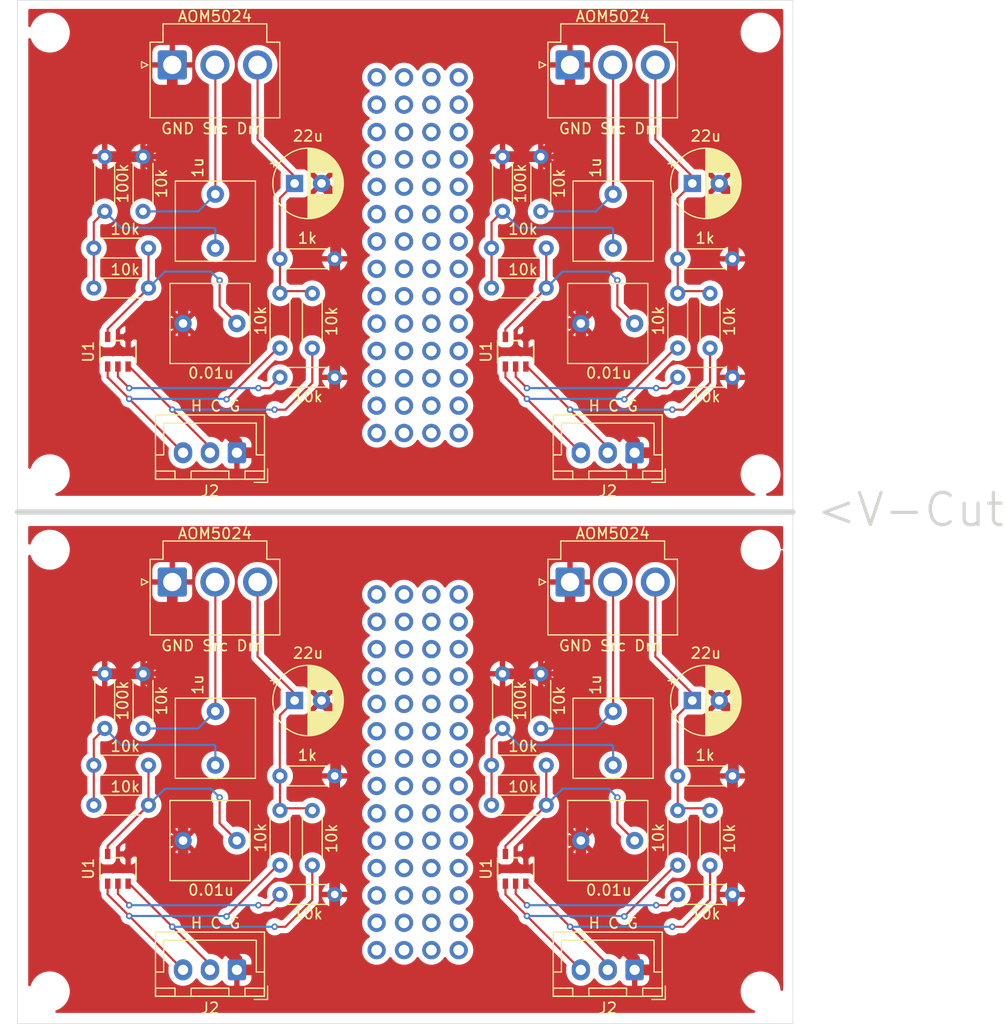
<source format=kicad_pcb>
(kicad_pcb (version 20240108) (generator "pcbnew") (generator_version "8.0")
  (layers (0 "F.Cu" signal) (31 "B.Cu" signal) (34 "B.Paste" user) (35 "F.Paste" user) (36 "B.SilkS" user "B.Silkscreen") (37 "F.SilkS" user "F.Silkscreen") (38 "B.Mask" user) (39 "F.Mask" user) (44 "Edge.Cuts" user))
  (net 0 "")
  (net 1 "GND")
  (net 2 "Net-(C2-Pad2)")
  (net 3 "Net-(J1-Pin_2)")
  (net 4 "Net-(U1-G1)")
  (net 5 "Net-(J2-Pin_2)")
  (net 6 "Net-(J2-Pin_3)")
  (net 7 "Net-(U1-S)")
  (net 8 "Net-(J1-Pin_3)")
  (footprint "" (layer "F.Cu") (at 135.89 72.39)
    (property "Reference" "")
    (property "Value" "")
  )
  (footprint "" (layer "F.Cu") (at 135.89 64.77)
    (property "Reference" "")
    (property "Value" "")
  )
  (footprint "" (layer "F.Cu") (at 133.35 62.23)
    (property "Reference" "")
    (property "Value" "")
  )
  (footprint "Capacitor_THT:CP_Radial_D6.3mm_P2.50mm" (layer "F.Cu") (at 162.6635 67)
    (property "Reference" "22u")
    (property "Value" "22u")
  )
  (footprint "" (layer "F.Cu") (at 135.89 115.31)
    (property "Reference" "")
    (property "Value" "")
  )
  (footprint "" (layer "F.Cu") (at 133.35 125.47)
    (property "Reference" "")
    (property "Value" "")
  )
  (footprint "" (layer "F.Cu") (at 135.89 138.17)
    (property "Reference" "")
    (property "Value" "")
  )
  (footprint "" (layer "F.Cu") (at 133.35 117.85)
    (property "Reference" "")
    (property "Value" "")
  )
  (footprint "Capacitor_THT:C_Rect_L7.2mm_W7.2mm_P5.00mm_FKS2_FKP2_MKS2_MKP2" (layer "F.Cu") (at 155.306 116 -90)
    (property "Reference" "1u")
    (property "Value" "1u")
  )
  (footprint "" (layer "F.Cu") (at 133.35 138.17)
    (property "Reference" "")
    (property "Value" "")
  )
  (footprint "" (layer "F.Cu") (at 138.43 62.23)
    (property "Reference" "")
    (property "Value" "")
  )
  (footprint "MountingHole:MountingHole_3.2mm_M3_ISO14580" (layer "F.Cu") (at 169 94)
    (property "Reference" "REF**" (hide yes))
    (property "Value" "MountingHole_3.2mm_M3_ISO14580" (hide yes))
  )
  (footprint "Connector_JST:JST_VH_B3P-VH-B_1x03_P3.96mm_Vertical" (layer "F.Cu") (at 114.3725 104)
    (property "Reference" "AOM5024")
    (property "Value" "3wired AOM5024")
  )
  (footprint "" (layer "F.Cu") (at 140.97 77.47)
    (property "Reference" "")
    (property "Value" "")
  )
  (footprint "Resistor_THT:R_Axial_DIN0204_L3.6mm_D1.6mm_P5.08mm_Horizontal" (layer "F.Cu") (at 111.6565 69.596 90)
    (property "Reference" "10k")
    (property "Value" "10k")
  )
  (footprint "" (layer "F.Cu") (at 133.35 67.31)
    (property "Reference" "")
    (property "Value" "")
  )
  (footprint "" (layer "F.Cu") (at 133.35 110.23)
    (property "Reference" "")
    (property "Value" "")
  )
  (footprint "Resistor_THT:R_Axial_DIN0204_L3.6mm_D1.6mm_P5.08mm_Horizontal" (layer "F.Cu") (at 148.59 69.596 90)
    (property "Reference" "10k")
    (property "Value" "10k")
  )
  (footprint "footprints:SOT_BLTE85L_F_TOS" (layer "F.Cu") (at 109.32246 82.62205 90)
    (property "Reference" "U1")
    (property "Value" "2SK2145-BLTE85L_F" (hide yes))
  )
  (footprint "" (layer "F.Cu") (at 133.35 135.63)
    (property "Reference" "")
    (property "Value" "")
  )
  (footprint "Resistor_THT:R_Axial_DIN0204_L3.6mm_D1.6mm_P5.08mm_Horizontal" (layer "F.Cu") (at 144.018 121)
    (property "Reference" "10k")
    (property "Value" "10k")
  )
  (footprint "Connector_JST:JST_XH_B3B-XH-A_1x03_P2.50mm_Vertical" (layer "F.Cu") (at 120.3725 92 180)
    (property "Reference" "J2")
    (property "Value" "Conn_01x03 xlr")
  )
  (footprint "" (layer "F.Cu") (at 138.43 90.17)
    (property "Reference" "")
    (property "Value" "")
  )
  (footprint "Connector_JST:JST_XH_B3B-XH-A_1x03_P2.50mm_Vertical" (layer "F.Cu") (at 120.3725 140 180)
    (property "Reference" "J2")
    (property "Value" "Conn_01x03 xlr")
  )
  (footprint "" (layer "F.Cu") (at 138.43 115.31)
    (property "Reference" "")
    (property "Value" "")
  )
  (footprint "" (layer "F.Cu") (at 138.43 130.55)
    (property "Reference" "")
    (property "Value" "")
  )
  (footprint "" (layer "F.Cu") (at 138.43 135.63)
    (property "Reference" "")
    (property "Value" "")
  )
  (footprint "Resistor_THT:R_Axial_DIN0204_L3.6mm_D1.6mm_P5.08mm_Horizontal" (layer "F.Cu") (at 161.306 130.28 90)
    (property "Reference" "10k")
    (property "Value" "10k")
  )
  (footprint "" (layer "F.Cu") (at 133.35 82.55)
    (property "Reference" "")
    (property "Value" "")
  )
  (footprint "" (layer "F.Cu") (at 135.89 82.55)
    (property "Reference" "")
    (property "Value" "")
  )
  (footprint "" (layer "F.Cu") (at 140.97 57.15)
    (property "Reference" "")
    (property "Value" "")
  )
  (footprint "" (layer "F.Cu") (at 133.35 115.31)
    (property "Reference" "")
    (property "Value" "")
  )
  (footprint "Connector_JST:JST_XH_B3B-XH-A_1x03_P2.50mm_Vertical" (layer "F.Cu") (at 157.306 92 180)
    (property "Reference" "J2")
    (property "Value" "Conn_01x03 xlr")
  )
  (footprint "" (layer "F.Cu") (at 138.43 59.69)
    (property "Reference" "")
    (property "Value" "")
  )
  (footprint "" (layer "F.Cu") (at 135.89 80.01)
    (property "Reference" "")
    (property "Value" "")
  )
  (footprint "" (layer "F.Cu") (at 140.97 107.69)
    (property "Reference" "")
    (property "Value" "")
  )
  (footprint "Capacitor_THT:CP_Radial_D6.3mm_P2.50mm" (layer "F.Cu") (at 162.6635 115)
    (property "Reference" "22u")
    (property "Value" "22u")
  )
  (footprint "Resistor_THT:R_Axial_DIN0204_L3.6mm_D1.6mm_P5.08mm_Horizontal" (layer "F.Cu") (at 161.306 122)
    (property "Reference" "1k")
    (property "Value" "1k")
  )
  (footprint "" (layer "F.Cu") (at 140.97 64.77)
    (property "Reference" "")
    (property "Value" "")
  )
  (footprint "" (layer "F.Cu") (at 138.43 112.77)
    (property "Reference" "")
    (property "Value" "")
  )
  (footprint "Capacitor_THT:C_Rect_L7.2mm_W7.2mm_P5.00mm_FKS2_FKP2_MKS2_MKP2" (layer "F.Cu") (at 118.3725 116 -90)
    (property "Reference" "1u")
    (property "Value" "1u")
  )
  (footprint "" (layer "F.Cu") (at 140.97 128.01)
    (property "Reference" "")
    (property "Value" "")
  )
  (footprint "" (layer "F.Cu") (at 138.43 69.85)
    (property "Reference" "")
    (property "Value" "")
  )
  (footprint "Resistor_THT:R_Axial_DIN0204_L3.6mm_D1.6mm_P5.08mm_Horizontal" (layer "F.Cu") (at 127.3725 130.29 90)
    (property "Reference" "10k")
    (property "Value" "10k")
  )
  (footprint "" (layer "F.Cu") (at 135.89 133.09)
    (property "Reference" "")
    (property "Value" "")
  )
  (footprint "" (layer "F.Cu") (at 135.89 77.47)
    (property "Reference" "")
    (property "Value" "")
  )
  (footprint "Capacitor_THT:C_Rect_L7.2mm_W7.2mm_P5.00mm_FKS2_FKP2_MKS2_MKP2" (layer "F.Cu") (at 118.3725 68 -90)
    (property "Reference" "1u")
    (property "Value" "1u")
  )
  (footprint "" (layer "F.Cu") (at 138.43 82.55)
    (property "Reference" "")
    (property "Value" "")
  )
  (footprint "" (layer "F.Cu") (at 133.35 120.39)
    (property "Reference" "")
    (property "Value" "")
  )
  (footprint "Capacitor_THT:CP_Radial_D6.3mm_P2.50mm" (layer "F.Cu") (at 125.73 67)
    (property "Reference" "22u")
    (property "Value" "22u")
  )
  (footprint "" (layer "F.Cu") (at 138.43 77.47)
    (property "Reference" "")
    (property "Value" "")
  )
  (footprint "Resistor_THT:R_Axial_DIN0204_L3.6mm_D1.6mm_P5.08mm_Horizontal" (layer "F.Cu") (at 127.3725 82.29 90)
    (property "Reference" "10k")
    (property "Value" "10k")
  )
  (footprint "" (layer "F.Cu") (at 140.97 115.31)
    (property "Reference" "")
    (property "Value" "")
  )
  (footprint "" (layer "F.Cu") (at 135.89 74.93)
    (property "Reference" "")
    (property "Value" "")
  )
  (footprint "Resistor_THT:R_Axial_DIN0204_L3.6mm_D1.6mm_P5.08mm_Horizontal" (layer "F.Cu") (at 145.034 69.596 90)
    (property "Reference" "100k")
    (property "Value" "100k")
  )
  (footprint "" (layer "F.Cu") (at 140.97 72.39)
    (property "Reference" "")
    (property "Value" "")
  )
  (footprint "" (layer "F.Cu") (at 135.89 112.77)
    (property "Reference" "")
    (property "Value" "")
  )
  (footprint "Resistor_THT:R_Axial_DIN0204_L3.6mm_D1.6mm_P5.08mm_Horizontal" (layer "F.Cu") (at 148.59 117.596 90)
    (property "Reference" "10k")
    (property "Value" "10k")
  )
  (footprint "" (layer "F.Cu") (at 140.97 59.69)
    (property "Reference" "")
    (property "Value" "")
  )
  (footprint "Resistor_THT:R_Axial_DIN0204_L3.6mm_D1.6mm_P5.08mm_Horizontal" (layer "F.Cu") (at 124.3725 130.28 90)
    (property "Reference" "10k")
    (property "Value" "10k")
  )
  (footprint "Connector_JST:JST_VH_B3P-VH-B_1x03_P3.96mm_Vertical" (layer "F.Cu") (at 114.3725 56)
    (property "Reference" "AOM5024")
    (property "Value" "3wired AOM5024")
  )
  (footprint "" (layer "F.Cu") (at 135.89 135.63)
    (property "Reference" "")
    (property "Value" "")
  )
  (footprint "" (layer "F.Cu") (at 140.97 112.77)
    (property "Reference" "")
    (property "Value" "")
  )
  (footprint "" (layer "F.Cu") (at 133.35 122.93)
    (property "Reference" "")
    (property "Value" "")
  )
  (footprint "" (layer "F.Cu") (at 138.43 80.01)
    (property "Reference" "")
    (property "Value" "")
  )
  (footprint "" (layer "F.Cu") (at 135.89 85.09)
    (property "Reference" "")
    (property "Value" "")
  )
  (footprint "" (layer "F.Cu") (at 140.97 87.63)
    (property "Reference" "")
    (property "Value" "")
  )
  (footprint "" (layer "F.Cu") (at 138.43 133.09)
    (property "Reference" "")
    (property "Value" "")
  )
  (footprint "" (layer "F.Cu") (at 133.35 105.15)
    (property "Reference" "")
    (property "Value" "")
  )
  (footprint "" (layer "F.Cu") (at 133.35 57.15)
    (property "Reference" "")
    (property "Value" "")
  )
  (footprint "Resistor_THT:R_Axial_DIN0204_L3.6mm_D1.6mm_P5.08mm_Horizontal" (layer "F.Cu") (at 144.018 124.708)
    (property "Reference" "10k")
    (property "Value" "10k")
  )
  (footprint "Resistor_THT:R_Axial_DIN0204_L3.6mm_D1.6mm_P5.08mm_Horizontal" (layer "F.Cu") (at 164.306 130.29 90)
    (property "Reference" "10k")
    (property "Value" "10k")
  )
  (footprint "" (layer "F.Cu") (at 135.89 117.85)
    (property "Reference" "")
    (property "Value" "")
  )
  (footprint "" (layer "F.Cu") (at 133.35 77.47)
    (property "Reference" "")
    (property "Value" "")
  )
  (footprint "" (layer "F.Cu") (at 140.97 62.23)
    (property "Reference" "")
    (property "Value" "")
  )
  (footprint "" (layer "F.Cu") (at 135.89 107.69)
    (property "Reference" "")
    (property "Value" "")
  )
  (footprint "" (layer "F.Cu") (at 133.35 87.63)
    (property "Reference" "")
    (property "Value" "")
  )
  (footprint "footprints:SOT_BLTE85L_F_TOS" (layer "F.Cu") (at 146.25596 130.62205 90)
    (property "Reference" "U1")
    (property "Value" "2SK2145-BLTE85L_F" (hide yes))
  )
  (footprint "" (layer "F.Cu") (at 138.43 128.01)
    (property "Reference" "")
    (property "Value" "")
  )
  (footprint "" (layer "F.Cu") (at 138.43 85.09)
    (property "Reference" "")
    (property "Value" "")
  )
  (footprint "Resistor_THT:R_Axial_DIN0204_L3.6mm_D1.6mm_P5.08mm_Horizontal" (layer "F.Cu") (at 124.3725 82.28 90)
    (property "Reference" "10k")
    (property "Value" "10k")
  )
  (footprint "" (layer "F.Cu") (at 133.35 128.01)
    (property "Reference" "")
    (property "Value" "")
  )
  (footprint "" (layer "F.Cu") (at 135.89 125.47)
    (property "Reference" "")
    (property "Value" "")
  )
  (footprint "" (layer "F.Cu") (at 133.35 133.09)
    (property "Reference" "")
    (property "Value" "")
  )
  (footprint "" (layer "F.Cu") (at 140.97 110.23)
    (property "Reference" "")
    (property "Value" "")
  )
  (footprint "" (layer "F.Cu") (at 135.89 62.23)
    (property "Reference" "")
    (property "Value" "")
  )
  (footprint "" (layer "F.Cu") (at 135.89 69.85)
    (property "Reference" "")
    (property "Value" "")
  )
  (footprint "" (layer "F.Cu") (at 138.43 105.15)
    (property "Reference" "")
    (property "Value" "")
  )
  (footprint "" (layer "F.Cu") (at 138.43 72.39)
    (property "Reference" "")
    (property "Value" "")
  )
  (footprint "MountingHole:MountingHole_3.2mm_M3_ISO14580" (layer "F.Cu") (at 103 142)
    (property "Reference" "REF**" (hide yes))
    (property "Value" "MountingHole_3.2mm_M3_ISO14580" (hide yes))
  )
  (footprint "Resistor_THT:R_Axial_DIN0204_L3.6mm_D1.6mm_P5.08mm_Horizontal" (layer "F.Cu") (at 164.306 82.29 90)
    (property "Reference" "10k")
    (property "Value" "10k")
  )
  (footprint "" (layer "F.Cu") (at 140.97 117.85)
    (property "Reference" "")
    (property "Value" "")
  )
  (footprint "" (layer "F.Cu") (at 138.43 122.93)
    (property "Reference" "")
    (property "Value" "")
  )
  (footprint "MountingHole:MountingHole_3.2mm_M3_ISO14580" (layer "F.Cu") (at 169 101)
    (property "Reference" "REF**" (hide yes))
    (property "Value" "MountingHole_3.2mm_M3_ISO14580" (hide yes))
  )
  (footprint "Resistor_THT:R_Axial_DIN0204_L3.6mm_D1.6mm_P5.08mm_Horizontal" (layer "F.Cu") (at 161.306 133)
    (property "Reference" "10k")
    (property "Value" "10k")
  )
  (footprint "Capacitor_THT:C_Rect_L7.2mm_W7.2mm_P5.00mm_FKS2_FKP2_MKS2_MKP2" (layer "F.Cu") (at 115.3725 128)
    (property "Reference" "0.01u")
    (property "Value" "0.01u")
  )
  (footprint "" (layer "F.Cu") (at 133.35 107.69)
    (property "Reference" "")
    (property "Value" "")
  )
  (footprint "" (layer "F.Cu") (at 140.97 120.39)
    (property "Reference" "")
    (property "Value" "")
  )
  (footprint "" (layer "F.Cu") (at 140.97 74.93)
    (property "Reference" "")
    (property "Value" "")
  )
  (footprint "Connector_JST:JST_XH_B3B-XH-A_1x03_P2.50mm_Vertical" (layer "F.Cu") (at 157.306 140 180)
    (property "Reference" "J2")
    (property "Value" "Conn_01x03 xlr")
  )
  (footprint "" (layer "F.Cu") (at 138.43 67.31)
    (property "Reference" "")
    (property "Value" "")
  )
  (footprint "" (layer "F.Cu") (at 138.43 110.23)
    (property "Reference" "")
    (property "Value" "")
  )
  (footprint "" (layer "F.Cu") (at 135.89 110.23)
    (property "Reference" "")
    (property "Value" "")
  )
  (footprint "" (layer "F.Cu") (at 138.43 107.69)
    (property "Reference" "")
    (property "Value" "")
  )
  (footprint "Resistor_THT:R_Axial_DIN0204_L3.6mm_D1.6mm_P5.08mm_Horizontal" (layer "F.Cu") (at 107.0845 76.708)
    (property "Reference" "10k")
    (property "Value" "10k")
  )
  (footprint "" (layer "F.Cu") (at 135.89 67.31)
    (property "Reference" "")
    (property "Value" "")
  )
  (footprint "MountingHole:MountingHole_3.2mm_M3_ISO14580" (layer "F.Cu") (at 103 94)
    (property "Reference" "REF**" (hide yes))
    (property "Value" "MountingHole_3.2mm_M3_ISO14580" (hide yes))
  )
  (footprint "" (layer "F.Cu") (at 133.35 85.09)
    (property "Reference" "")
    (property "Value" "")
  )
  (footprint "Resistor_THT:R_Axial_DIN0204_L3.6mm_D1.6mm_P5.08mm_Horizontal" (layer "F.Cu") (at 124.3725 74)
    (property "Reference" "1k")
    (property "Value" "1k")
  )
  (footprint "" (layer "F.Cu") (at 140.97 67.31)
    (property "Reference" "")
    (property "Value" "")
  )
  (footprint "Resistor_THT:R_Axial_DIN0204_L3.6mm_D1.6mm_P5.08mm_Horizontal" (layer "F.Cu") (at 145.034 117.596 90)
    (property "Reference" "100k")
    (property "Value" "100k")
  )
  (footprint "" (layer "F.Cu") (at 133.35 72.39)
    (property "Reference" "")
    (property "Value" "")
  )
  (footprint "" (layer "F.Cu") (at 140.97 122.93)
    (property "Reference" "")
    (property "Value" "")
  )
  (footprint "Capacitor_THT:C_Rect_L7.2mm_W7.2mm_P5.00mm_FKS2_FKP2_MKS2_MKP2" (layer "F.Cu") (at 152.306 128)
    (property "Reference" "0.01u")
    (property "Value" "0.01u")
  )
  (footprint "" (layer "F.Cu") (at 138.43 125.47)
    (property "Reference" "")
    (property "Value" "")
  )
  (footprint "" (layer "F.Cu") (at 133.35 69.85)
    (property "Reference" "")
    (property "Value" "")
  )
  (footprint "MountingHole:MountingHole_3.2mm_M3_ISO14580" (layer "F.Cu") (at 169 53)
    (property "Reference" "REF**" (hide yes))
    (property "Value" "MountingHole_3.2mm_M3_ISO14580" (hide yes))
  )
  (footprint "" (layer "F.Cu") (at 135.89 122.93)
    (property "Reference" "")
    (property "Value" "")
  )
  (footprint "" (layer "F.Cu") (at 140.97 138.17)
    (property "Reference" "")
    (property "Value" "")
  )
  (footprint "Resistor_THT:R_Axial_DIN0204_L3.6mm_D1.6mm_P5.08mm_Horizontal" (layer "F.Cu") (at 107.0845 121)
    (property "Reference" "10k")
    (property "Value" "10k")
  )
  (footprint "Resistor_THT:R_Axial_DIN0204_L3.6mm_D1.6mm_P5.08mm_Horizontal" (layer "F.Cu") (at 124.3725 133)
    (property "Reference" "10k")
    (property "Value" "10k")
  )
  (footprint "Resistor_THT:R_Axial_DIN0204_L3.6mm_D1.6mm_P5.08mm_Horizontal" (layer "F.Cu") (at 108.1005 69.596 90)
    (property "Reference" "100k")
    (property "Value" "100k")
  )
  (footprint "Resistor_THT:R_Axial_DIN0204_L3.6mm_D1.6mm_P5.08mm_Horizontal" (layer "F.Cu") (at 144.018 76.708)
    (property "Reference" "10k")
    (property "Value" "10k")
  )
  (footprint "MountingHole:MountingHole_3.2mm_M3_ISO14580" (layer "F.Cu") (at 103 101)
    (property "Reference" "REF**" (hide yes))
    (property "Value" "MountingHole_3.2mm_M3_ISO14580" (hide yes))
  )
  (footprint "Connector_JST:JST_VH_B3P-VH-B_1x03_P3.96mm_Vertical" (layer "F.Cu") (at 151.306 104)
    (property "Reference" "AOM5024")
    (property "Value" "3wired AOM5024")
  )
  (footprint "Resistor_THT:R_Axial_DIN0204_L3.6mm_D1.6mm_P5.08mm_Horizontal" (layer "F.Cu") (at 107.0845 73)
    (property "Reference" "10k")
    (property "Value" "10k")
  )
  (footprint "" (layer "F.Cu") (at 135.89 90.17)
    (property "Reference" "")
    (property "Value" "")
  )
  (footprint "" (layer "F.Cu") (at 133.35 90.17)
    (property "Reference" "")
    (property "Value" "")
  )
  (footprint "" (layer "F.Cu") (at 140.97 80.01)
    (property "Reference" "")
    (property "Value" "")
  )
  (footprint "" (layer "F.Cu") (at 138.43 138.17)
    (property "Reference" "")
    (property "Value" "")
  )
  (footprint "" (layer "F.Cu") (at 135.89 57.15)
    (property "Reference" "")
    (property "Value" "")
  )
  (footprint "MountingHole:MountingHole_3.2mm_M3_ISO14580" (layer "F.Cu") (at 169 142)
    (property "Reference" "REF**" (hide yes))
    (property "Value" "MountingHole_3.2mm_M3_ISO14580" (hide yes))
  )
  (footprint "footprints:SOT_BLTE85L_F_TOS" (layer "F.Cu") (at 146.25596 82.62205 90)
    (property "Reference" "U1")
    (property "Value" "2SK2145-BLTE85L_F" (hide yes))
  )
  (footprint "" (layer "F.Cu") (at 138.43 64.77)
    (property "Reference" "")
    (property "Value" "")
  )
  (footprint "" (layer "F.Cu") (at 140.97 130.55)
    (property "Reference" "")
    (property "Value" "")
  )
  (footprint "" (layer "F.Cu") (at 133.35 130.55)
    (property "Reference" "")
    (property "Value" "")
  )
  (footprint "footprints:SOT_BLTE85L_F_TOS" (layer "F.Cu") (at 109.32246 130.62205 90)
    (property "Reference" "U1")
    (property "Value" "2SK2145-BLTE85L_F" (hide yes))
  )
  (footprint "" (layer "F.Cu") (at 140.97 105.15)
    (property "Reference" "")
    (property "Value" "")
  )
  (footprint "MountingHole:MountingHole_3.2mm_M3_ISO14580" (layer "F.Cu") (at 103 101)
    (property "Reference" "REF**" (hide yes))
    (property "Value" "MountingHole_3.2mm_M3_ISO14580" (hide yes))
  )
  (footprint "Resistor_THT:R_Axial_DIN0204_L3.6mm_D1.6mm_P5.08mm_Horizontal" (layer "F.Cu") (at 161.306 85)
    (property "Reference" "10k")
    (property "Value" "10k")
  )
  (footprint "Resistor_THT:R_Axial_DIN0204_L3.6mm_D1.6mm_P5.08mm_Horizontal" (layer "F.Cu") (at 108.1005 117.596 90)
    (property "Reference" "100k")
    (property "Value" "100k")
  )
  (footprint "" (layer "F.Cu") (at 133.35 80.01)
    (property "Reference" "")
    (property "Value" "")
  )
  (footprint "Capacitor_THT:C_Rect_L7.2mm_W7.2mm_P5.00mm_FKS2_FKP2_MKS2_MKP2" (layer "F.Cu") (at 155.306 68 -90)
    (property "Reference" "1u")
    (property "Value" "1u")
  )
  (footprint "Resistor_THT:R_Axial_DIN0204_L3.6mm_D1.6mm_P5.08mm_Horizontal" (layer "F.Cu") (at 107.0845 124.708)
    (property "Reference" "10k")
    (property "Value" "10k")
  )
  (footprint "Resistor_THT:R_Axial_DIN0204_L3.6mm_D1.6mm_P5.08mm_Horizontal" (layer "F.Cu") (at 111.6565 117.596 90)
    (property "Reference" "10k")
    (property "Value" "10k")
  )
  (footprint "" (layer "F.Cu") (at 138.43 120.39)
    (property "Reference" "")
    (property "Value" "")
  )
  (footprint "" (layer "F.Cu") (at 135.89 105.15)
    (property "Reference" "")
    (property "Value" "")
  )
  (footprint "Capacitor_THT:C_Rect_L7.2mm_W7.2mm_P5.00mm_FKS2_FKP2_MKS2_MKP2" (layer "F.Cu") (at 115.3725 80)
    (property "Reference" "0.01u")
    (property "Value" "0.01u")
  )
  (footprint "" (layer "F.Cu") (at 133.35 74.93)
    (property "Reference" "")
    (property "Value" "")
  )
  (footprint "MountingHole:MountingHole_3.2mm_M3_ISO14580" (layer "F.Cu") (at 103 142)
    (property "Reference" "REF**" (hide yes))
    (property "Value" "MountingHole_3.2mm_M3_ISO14580" (hide yes))
  )
  (footprint "" (layer "F.Cu") (at 138.43 87.63)
    (property "Reference" "")
    (property "Value" "")
  )
  (footprint "" (layer "F.Cu") (at 140.97 135.63)
    (property "Reference" "")
    (property "Value" "")
  )
  (footprint "Resistor_THT:R_Axial_DIN0204_L3.6mm_D1.6mm_P5.08mm_Horizontal" (layer "F.Cu") (at 144.018 73)
    (property "Reference" "10k")
    (property "Value" "10k")
  )
  (footprint "" (layer "F.Cu") (at 133.35 59.69)
    (property "Reference" "")
    (property "Value" "")
  )
  (footprint "Connector_JST:JST_VH_B3P-VH-B_1x03_P3.96mm_Vertical" (layer "F.Cu") (at 151.306 56)
    (property "Reference" "AOM5024")
    (property "Value" "3wired AOM5024")
  )
  (footprint "" (layer "F.Cu") (at 140.97 133.09)
    (property "Reference" "")
    (property "Value" "")
  )
  (footprint "" (layer "F.Cu") (at 135.89 87.63)
    (property "Reference" "")
    (property "Value" "")
  )
  (footprint "" (layer "F.Cu") (at 140.97 69.85)
    (property "Reference" "")
    (property "Value" "")
  )
  (footprint "Capacitor_THT:C_Rect_L7.2mm_W7.2mm_P5.00mm_FKS2_FKP2_MKS2_MKP2" (layer "F.Cu") (at 152.306 80)
    (property "Reference" "0.01u")
    (property "Value" "0.01u")
  )
  (footprint "" (layer "F.Cu") (at 135.89 128.01)
    (property "Reference" "")
    (property "Value" "")
  )
  (footprint "" (layer "F.Cu") (at 135.89 130.55)
    (property "Reference" "")
    (property "Value" "")
  )
  (footprint "" (layer "F.Cu") (at 140.97 125.47)
    (property "Reference" "")
    (property "Value" "")
  )
  (footprint "" (layer "F.Cu") (at 140.97 82.55)
    (property "Reference" "")
    (property "Value" "")
  )
  (footprint "" (layer "F.Cu") (at 140.97 90.17)
    (property "Reference" "")
    (property "Value" "")
  )
  (footprint "Resistor_THT:R_Axial_DIN0204_L3.6mm_D1.6mm_P5.08mm_Horizontal" (layer "F.Cu") (at 124.3725 85)
    (property "Reference" "10k")
    (property "Value" "10k")
  )
  (footprint "" (layer "F.Cu") (at 135.89 59.69)
    (property "Reference" "")
    (property "Value" "")
  )
  (footprint "Resistor_THT:R_Axial_DIN0204_L3.6mm_D1.6mm_P5.08mm_Horizontal" (layer "F.Cu") (at 161.306 82.28 90)
    (property "Reference" "10k")
    (property "Value" "10k")
  )
  (footprint "" (layer "F.Cu") (at 138.43 117.85)
    (property "Reference" "")
    (property "Value" "")
  )
  (footprint "" (layer "F.Cu") (at 140.97 85.09)
    (property "Reference" "")
    (property "Value" "")
  )
  (footprint "Resistor_THT:R_Axial_DIN0204_L3.6mm_D1.6mm_P5.08mm_Horizontal" (layer "F.Cu") (at 124.3725 122)
    (property "Reference" "1k")
    (property "Value" "1k")
  )
  (footprint "" (layer "F.Cu") (at 133.35 64.77)
    (property "Reference" "")
    (property "Value" "")
  )
  (footprint "" (layer "F.Cu") (at 135.89 120.39)
    (property "Reference" "")
    (property "Value" "")
  )
  (footprint "MountingHole:MountingHole_3.2mm_M3_ISO14580" (layer "F.Cu") (at 103 53)
    (property "Reference" "REF**" (hide yes))
    (property "Value" "MountingHole_3.2mm_M3_ISO14580" (hide yes))
  )
  (footprint "Capacitor_THT:CP_Radial_D6.3mm_P2.50mm" (layer "F.Cu") (at 125.73 115)
    (property "Reference" "22u")
    (property "Value" "22u")
  )
  (footprint "Resistor_THT:R_Axial_DIN0204_L3.6mm_D1.6mm_P5.08mm_Horizontal" (layer "F.Cu") (at 161.306 74)
    (property "Reference" "1k")
    (property "Value" "1k")
  )
  (footprint "" (layer "F.Cu") (at 133.35 112.77)
    (property "Reference" "")
    (property "Value" "")
  )
  (footprint "" (layer "F.Cu") (at 138.43 74.93)
    (property "Reference" "")
    (property "Value" "")
  )
  (footprint "" (layer "F.Cu") (at 138.43 57.15)
    (property "Reference" "")
    (property "Value" "")
  )
  (gr_line (start 172 97.5) (end 100 97.5) (stroke (width 0.5)) (layer "Edge.Cuts"))
  (gr_rect (start 100 50) (end 172 145) (stroke (width 0.05)) (fill none) (layer "Edge.Cuts"))
  (gr_text "GND Src Drn" (at 150.1835 62.5 0) (layer "F.SilkS") (effects (font (size 1 1)) (justify left bottom)))
  (gr_text "GND Src Drn" (at 150.1835 110.5 0) (layer "F.SilkS") (effects (font (size 1 1)) (justify left bottom)))
  (gr_text "GND Src Drn" (at 113.25 62.5 0) (layer "F.SilkS") (effects (font (size 1 1)) (justify left bottom)))
  (gr_text "H C G" (at 116 136.25 0) (layer "F.SilkS") (effects (font (size 1 1)) (justify left bottom)))
  (gr_text "H C G" (at 152.9335 136.25 0) (layer "F.SilkS") (effects (font (size 1 1)) (justify left bottom)))
  (gr_text "H C G" (at 116 88.25 0) (layer "F.SilkS") (effects (font (size 1 1)) (justify left bottom)))
  (gr_text "H C G" (at 152.9335 88.25 0) (layer "F.SilkS") (effects (font (size 1 1)) (justify left bottom)))
  (gr_text "GND Src Drn" (at 113.25 110.5 0) (layer "F.SilkS") (effects (font (size 1 1)) (justify left bottom)))
  (gr_text "<V-Cut" (at 173.99 99.06 0) (layer "Edge.Cuts") (effects (font (size 3 3) (thickness 0.3)) (justify left bottom)))
  (segment (start 115.3725 116.232) (end 111.6565 112.516) (width 1) (layer "F.Cu") (net 1))
  (segment (start 129.4525 122) (end 129.54 121.9125) (width 1) (layer "F.Cu") (net 1))
  (segment (start 124.3045 140) (end 120.3725 140) (width 1) (layer "F.Cu") (net 1))
  (segment (start 166.386 85) (end 166.386 74) (width 1) (layer "F.Cu") (net 1))
  (segment (start 120.3725 140) (end 120.3725 139.025) (width 1) (layer "F.Cu") (net 1))
  (segment (start 151.306 104) (end 151.306 109.8) (width 1) (layer "F.Cu") (net 1))
  (segment (start 111.6565 112.516) (end 108.1005 112.516) (width 1) (layer "F.Cu") (net 1))
  (segment (start 111.51652 80) (end 110.27242 81.2441) (width 1) (layer "F.Cu") (net 1))
  (segment (start 151.306 109.8) (end 148.59 112.516) (width 1) (layer "F.Cu") (net 1))
  (segment (start 129.4525 134.852) (end 124.3045 140) (width 1) (layer "F.Cu") (net 1))
  (segment (start 114.3725 61.8) (end 111.6565 64.516) (width 1) (layer "F.Cu") (net 1))
  (segment (start 115.3725 80) (end 111.51652 80) (width 1) (layer "F.Cu") (net 1))
  (segment (start 129.54 116.31) (end 128.23 115) (width 1) (layer "F.Cu") (net 1))
  (segment (start 114.3725 104) (end 114.3725 109.8) (width 1) (layer "F.Cu") (net 1))
  (segment (start 129.4525 86.852) (end 124.3045 92) (width 1) (layer "F.Cu") (net 1))
  (segment (start 148.59 112.516) (end 145.034 112.516) (width 1) (layer "F.Cu") (net 1))
  (segment (start 166.4735 116.31) (end 165.1635 115) (width 1) (layer "F.Cu") (net 1))
  (segment (start 120.3725 139.025) (end 115.3725 134.025) (width 1) (layer "F.Cu") (net 1))
  (segment (start 129.4525 133) (end 129.4525 122) (width 1) (layer "F.Cu") (net 1))
  (segment (start 152.306 128) (end 148.45002 128) (width 1) (layer "F.Cu") (net 1))
  (segment (start 151.306 61.8) (end 148.59 64.516) (width 1) (layer "F.Cu") (net 1))
  (segment (start 166.4735 121.9125) (end 166.4735 116.31) (width 1) (layer "F.Cu") (net 1))
  (segment (start 129.4525 133) (end 129.4525 134.852) (width 1) (layer "F.Cu") (net 1))
  (segment (start 115.3725 86.025) (end 115.3725 80) (width 1) (layer "F.Cu") (net 1))
  (segment (start 152.306 80) (end 148.45002 80) (width 1) (layer "F.Cu") (net 1))
  (segment (start 129.4525 74) (end 129.54 73.9125) (width 1) (layer "F.Cu") (net 1))
  (segment (start 120.3725 91.025) (end 115.3725 86.025) (width 1) (layer "F.Cu") (net 1))
  (segment (start 152.306 80) (end 152.306 68.232) (width 1) (layer "F.Cu") (net 1))
  (segment (start 152.306 134.025) (end 152.306 128) (width 1) (layer "F.Cu") (net 1))
  (segment (start 129.4525 85) (end 129.4525 74) (width 1) (layer "F.Cu") (net 1))
  (segment (start 148.45002 80) (end 147.20592 81.2441) (width 1) (layer "F.Cu") (net 1))
  (segment (start 166.386 74) (end 166.4735 73.9125) (width 1) (layer "F.Cu") (net 1))
  (segment (start 129.54 68.31) (end 128.23 67) (width 1) (layer "F.Cu") (net 1))
  (segment (start 114.3725 56) (end 114.3725 61.8) (width 1) (layer "F.Cu") (net 1))
  (segment (start 129.54 121.9125) (end 129.54 116.31) (width 1) (layer "F.Cu") (net 1))
  (segment (start 166.386 134.852) (end 161.238 140) (width 1) (layer "F.Cu") (net 1))
  (segment (start 157.306 92) (end 157.306 91.025) (width 1) (layer "F.Cu") (net 1))
  (segment (start 124.3045 92) (end 120.3725 92) (width 1) (layer "F.Cu") (net 1))
  (segment (start 152.306 116.232) (end 148.59 112.516) (width 1) (layer "F.Cu") (net 1))
  (segment (start 166.386 133) (end 166.386 122) (width 1) (layer "F.Cu") (net 1))
  (segment (start 157.306 91.025) (end 152.306 86.025) (width 1) (layer "F.Cu") (net 1))
  (segment (start 148.59 64.516) (end 145.034 64.516) (width 1) (layer "F.Cu") (net 1))
  (segment (start 157.306 139.025) (end 152.306 134.025) (width 1) (layer "F.Cu") (net 1))
  (segment (start 115.3725 128) (end 111.51652 128) (width 1) (layer "F.Cu") (net 1))
  (segment (start 151.306 56) (end 151.306 61.8) (width 1) (layer "F.Cu") (net 1))
  (segment (start 166.386 86.852) (end 161.238 92) (width 1) (layer "F.Cu") (net 1))
  (segment (start 120.3725 92) (end 120.3725 91.025) (width 1) (layer "F.Cu") (net 1))
  (segment (start 114.3725 109.8) (end 111.6565 112.516) (width 1) (layer "F.Cu") (net 1))
  (segment (start 129.54 73.9125) (end 129.54 68.31) (width 1) (layer "F.Cu") (net 1))
  (segment (start 166.4735 68.31) (end 165.1635 67) (width 1) (layer "F.Cu") (net 1))
  (segment (start 115.3725 128) (end 115.3725 116.232) (width 1) (layer "F.Cu") (net 1))
  (segment (start 152.306 68.232) (end 148.59 64.516) (width 1) (layer "F.Cu") (net 1))
  (segment (start 166.386 122) (end 166.4735 121.9125) (width 1) (layer "F.Cu") (net 1))
  (segment (start 161.238 140) (end 157.306 140) (width 1) (layer "F.Cu") (net 1))
  (segment (start 166.386 133) (end 166.386 134.852) (width 1) (layer "F.Cu") (net 1))
  (segment (start 115.3725 134.025) (end 115.3725 128) (width 1) (layer "F.Cu") (net 1))
  (segment (start 152.306 86.025) (end 152.306 80) (width 1) (layer "F.Cu") (net 1))
  (segment (start 161.238 92) (end 157.306 92) (width 1) (layer "F.Cu") (net 1))
  (segment (start 111.51652 128) (end 110.27242 129.2441) (width 1) (layer "F.Cu") (net 1))
  (segment (start 157.306 140) (end 157.306 139.025) (width 1) (layer "F.Cu") (net 1))
  (segment (start 115.3725 80) (end 115.3725 68.232) (width 1) (layer "F.Cu") (net 1))
  (segment (start 115.3725 68.232) (end 111.6565 64.516) (width 1) (layer "F.Cu") (net 1))
  (segment (start 152.306 128) (end 152.306 116.232) (width 1) (layer "F.Cu") (net 1))
  (segment (start 111.6565 64.516) (end 108.1005 64.516) (width 1) (layer "F.Cu") (net 1))
  (segment (start 148.45002 128) (end 147.20592 129.2441) (width 1) (layer "F.Cu") (net 1))
  (segment (start 166.386 85) (end 166.386 86.852) (width 1) (layer "F.Cu") (net 1))
  (segment (start 129.4525 85) (end 129.4525 86.852) (width 1) (layer "F.Cu") (net 1))
  (segment (start 166.4735 73.9125) (end 166.4735 68.31) (width 1) (layer "F.Cu") (net 1))
  (segment (start 107.0845 118.612) (end 108.1005 117.596) (width 0.2) (layer "F.Cu") (net 2))
  (segment (start 144.018 70.612) (end 145.034 69.596) (width 0.2) (layer "F.Cu") (net 2))
  (segment (start 107.0845 76) (end 107.0845 73) (width 0.2) (layer "F.Cu") (net 2))
  (segment (start 107.0845 121) (end 107.0845 118.612) (width 0.2) (layer "F.Cu") (net 2))
  (segment (start 144.018 118.612) (end 145.034 117.596) (width 0.2) (layer "F.Cu") (net 2))
  (segment (start 144.018 76) (end 144.018 73) (width 0.2) (layer "F.Cu") (net 2))
  (segment (start 107.0845 124) (end 107.0845 121) (width 0.2) (layer "F.Cu") (net 2))
  (segment (start 144.018 73) (end 144.018 70.612) (width 0.2) (layer "F.Cu") (net 2))
  (segment (start 107.0845 70.612) (end 108.1005 69.596) (width 0.2) (layer "F.Cu") (net 2))
  (segment (start 144.018 121) (end 144.018 118.612) (width 0.2) (layer "F.Cu") (net 2))
  (segment (start 107.0845 73) (end 107.0845 70.612) (width 0.2) (layer "F.Cu") (net 2))
  (segment (start 144.018 124) (end 144.018 121) (width 0.2) (layer "F.Cu") (net 2))
  (segment (start 118.2605 71.12) (end 118.3725 71.232) (width 0.2) (layer "B.Cu") (net 2))
  (segment (start 145.034 117.596) (end 146.558 119.12) (width 0.2) (layer "B.Cu") (net 2))
  (segment (start 155.306 119.232) (end 155.306 121) (width 0.2) (layer "B.Cu") (net 2))
  (segment (start 145.034 69.596) (end 146.558 71.12) (width 0.2) (layer "B.Cu") (net 2))
  (segment (start 146.558 71.12) (end 155.194 71.12) (width 0.2) (layer "B.Cu") (net 2))
  (segment (start 118.3725 71.232) (end 118.3725 73) (width 0.2) (layer "B.Cu") (net 2))
  (segment (start 109.6245 71.12) (end 118.2605 71.12) (width 0.2) (layer "B.Cu") (net 2))
  (segment (start 108.1005 117.596) (end 109.6245 119.12) (width 0.2) (layer "B.Cu") (net 2))
  (segment (start 118.3725 119.232) (end 118.3725 121) (width 0.2) (layer "B.Cu") (net 2))
  (segment (start 155.194 71.12) (end 155.306 71.232) (width 0.2) (layer "B.Cu") (net 2))
  (segment (start 108.1005 69.596) (end 109.6245 71.12) (width 0.2) (layer "B.Cu") (net 2))
  (segment (start 155.194 119.12) (end 155.306 119.232) (width 0.2) (layer "B.Cu") (net 2))
  (segment (start 118.2605 119.12) (end 118.3725 119.232) (width 0.2) (layer "B.Cu") (net 2))
  (segment (start 155.306 71.232) (end 155.306 73) (width 0.2) (layer "B.Cu") (net 2))
  (segment (start 109.6245 119.12) (end 118.2605 119.12) (width 0.2) (layer "B.Cu") (net 2))
  (segment (start 146.558 119.12) (end 155.194 119.12) (width 0.2) (layer "B.Cu") (net 2))
  (segment (start 155.306 116) (end 155.306 104.04) (width 0.2) (layer "F.Cu") (net 3))
  (segment (start 155.306 56.04) (end 155.266 56) (width 0.2) (layer "F.Cu") (net 3))
  (segment (start 155.306 104.04) (end 155.266 104) (width 0.2) (layer "F.Cu") (net 3))
  (segment (start 118.3725 56.04) (end 118.3325 56) (width 0.2) (layer "F.Cu") (net 3))
  (segment (start 118.3725 68) (end 118.3725 56.04) (width 0.2) (layer "F.Cu") (net 3))
  (segment (start 118.3725 116) (end 118.3725 104.04) (width 0.2) (layer "F.Cu") (net 3))
  (segment (start 155.306 68) (end 155.306 56.04) (width 0.2) (layer "F.Cu") (net 3))
  (segment (start 118.3725 104.04) (end 118.3325 104) (width 0.2) (layer "F.Cu") (net 3))
  (segment (start 148.59 69.596) (end 153.71 69.596) (width 0.2) (layer "B.Cu") (net 3))
  (segment (start 116.7765 69.596) (end 118.3725 68) (width 0.2) (layer "B.Cu") (net 3))
  (segment (start 111.6565 69.596) (end 116.7765 69.596) (width 0.2) (layer "B.Cu") (net 3))
  (segment (start 148.59 117.596) (end 153.71 117.596) (width 0.2) (layer "B.Cu") (net 3))
  (segment (start 153.71 117.596) (end 155.306 116) (width 0.2) (layer "B.Cu") (net 3))
  (segment (start 116.7765 117.596) (end 118.3725 116) (width 0.2) (layer "B.Cu") (net 3))
  (segment (start 153.71 69.596) (end 155.306 68) (width 0.2) (layer "B.Cu") (net 3))
  (segment (start 111.6565 117.596) (end 116.7765 117.596) (width 0.2) (layer "B.Cu") (net 3))
  (segment (start 145.306 129.2441) (end 145.306 128.5) (width 0.2) (layer "F.Cu") (net 4))
  (segment (start 112.1645 76) (end 112.1645 73) (width 0.2) (layer "F.Cu") (net 4))
  (segment (start 120.3725 128) (end 118.7685 126.396) (width 0.2) (layer "F.Cu") (net 4))
  (segment (start 155.702 78.396) (end 155.702 76) (width 0.2) (layer "F.Cu") (net 4))
  (segment (start 112.1645 124) (end 112.1645 121) (width 0.2) (layer "F.Cu") (net 4))
  (segment (start 149.098 76) (end 149.098 73) (width 0.2) (layer "F.Cu") (net 4))
  (segment (start 145.306 128.5) (end 149.098 124.708) (width 0.2) (layer "F.Cu") (net 4))
  (segment (start 145.306 80.5) (end 149.098 76.708) (width 0.2) (layer "F.Cu") (net 4))
  (segment (start 108.3725 128.5) (end 112.1645 124.708) (width 0.2) (layer "F.Cu") (net 4))
  (segment (start 118.7685 126.396) (end 118.7685 124) (width 0.2) (layer "F.Cu") (net 4))
  (segment (start 108.3725 80.5) (end 112.1645 76.708) (width 0.2) (layer "F.Cu") (net 4))
  (segment (start 157.306 80) (end 155.702 78.396) (width 0.2) (layer "F.Cu") (net 4))
  (segment (start 145.306 81.2441) (end 145.306 80.5) (width 0.2) (layer "F.Cu") (net 4))
  (segment (start 149.098 124) (end 149.098 121) (width 0.2) (layer "F.Cu") (net 4))
  (segment (start 120.3725 80) (end 118.7685 78.396) (width 0.2) (layer "F.Cu") (net 4))
  (segment (start 157.306 128) (end 155.702 126.396) (width 0.2) (layer "F.Cu") (net 4))
  (segment (start 108.3725 129.2441) (end 108.3725 128.5) (width 0.2) (layer "F.Cu") (net 4))
  (segment (start 118.7685 78.396) (end 118.7685 76) (width 0.2) (layer "F.Cu") (net 4))
  (segment (start 155.702 126.396) (end 155.702 124) (width 0.2) (layer "F.Cu") (net 4))
  (segment (start 108.3725 81.2441) (end 108.3725 80.5) (width 0.2) (layer "F.Cu") (net 4))
  (via (at 118.7685 124) (size 0.6) (drill 0.3) (layers "F.Cu" "B.Cu") (net 4))
  (via (at 155.702 124) (size 0.6) (drill 0.3) (layers "F.Cu" "B.Cu") (net 4))
  (via (at 155.702 76) (size 0.6) (drill 0.3) (layers "F.Cu" "B.Cu") (net 4))
  (via (at 118.7685 76) (size 0.6) (drill 0.3) (layers "F.Cu" "B.Cu") (net 4))
  (segment (start 154.886 75.184) (end 150.622 75.184) (width 0.2) (layer "B.Cu") (net 4))
  (segment (start 150.622 75.184) (end 149.098 76.708) (width 0.2) (layer "B.Cu") (net 4))
  (segment (start 155.702 76) (end 154.886 75.184) (width 0.2) (layer "B.Cu") (net 4))
  (segment (start 150.622 123.184) (end 149.098 124.708) (width 0.2) (layer "B.Cu") (net 4))
  (segment (start 154.886 123.184) (end 150.622 123.184) (width 0.2) (layer "B.Cu") (net 4))
  (segment (start 155.702 124) (end 154.886 123.184) (width 0.2) (layer "B.Cu") (net 4))
  (segment (start 118.7685 76) (end 117.9525 75.184) (width 0.2) (layer "B.Cu") (net 4))
  (segment (start 113.6885 123.184) (end 112.1645 124.708) (width 0.2) (layer "B.Cu") (net 4))
  (segment (start 117.9525 75.184) (end 113.6885 75.184) (width 0.2) (layer "B.Cu") (net 4))
  (segment (start 117.9525 123.184) (end 113.6885 123.184) (width 0.2) (layer "B.Cu") (net 4))
  (segment (start 113.6885 75.184) (end 112.1645 76.708) (width 0.2) (layer "B.Cu") (net 4))
  (segment (start 118.7685 124) (end 117.9525 123.184) (width 0.2) (layer "B.Cu") (net 4))
  (segment (start 110.3725 132) (end 110.27242 132) (width 0.2) (layer "F.Cu") (net 5))
  (segment (start 154.806 139.5) (end 151.306 136) (width 0.2) (layer "F.Cu") (net 5))
  (segment (start 114.3725 88) (end 110.3725 84) (width 0.2) (layer "F.Cu") (net 5))
  (segment (start 117.8725 140) (end 117.8725 139.5) (width 0.2) (layer "F.Cu") (net 5))
  (segment (start 151.306 136) (end 147.306 132) (width 0.2) (layer "F.Cu") (net 5))
  (segment (start 154.806 91.5) (end 151.306 88) (width 0.2) (layer "F.Cu") (net 5))
  (segment (start 110.3725 84) (end 110.27242 84) (width 0.2) (layer "F.Cu") (net 5))
  (segment (start 164.306 82.08) (end 164.306 85.5) (width 0.2) (layer "F.Cu") (net 5))
  (segment (start 154.806 140) (end 154.806 139.5) (width 0.2) (layer "F.Cu") (net 5))
  (segment (start 127.3725 130.08) (end 127.3725 133.5) (width 0.2) (layer "F.Cu") (net 5))
  (segment (start 114.3725 136) (end 110.3725 132) (width 0.2) (layer "F.Cu") (net 5))
  (segment (start 117.8725 91.5) (end 114.3725 88) (width 0.2) (layer "F.Cu") (net 5))
  (segment (start 127.3725 82.08) (end 127.3725 85.5) (width 0.2) (layer "F.Cu") (net 5))
  (segment (start 164.306 130.08) (end 164.306 133.5) (width 0.2) (layer "F.Cu") (net 5))
  (segment (start 117.8725 139.5) (end 114.3725 136) (width 0.2) (layer "F.Cu") (net 5))
  (segment (start 147.306 132) (end 147.20592 132) (width 0.2) (layer "F.Cu") (net 5))
  (segment (start 164.306 85.5) (end 161.806 88) (width 0.2) (layer "F.Cu") (net 5))
  (segment (start 127.3725 85.5) (end 124.8725 88) (width 0.2) (layer "F.Cu") (net 5))
  (segment (start 161.806 136) (end 160.806 136) (width 0.2) (layer "F.Cu") (net 5))
  (segment (start 151.306 88) (end 147.306 84) (width 0.2) (layer "F.Cu") (net 5))
  (segment (start 147.306 84) (end 147.20592 84) (width 0.2) (layer "F.Cu") (net 5))
  (segment (start 127.3725 133.5) (end 124.8725 136) (width 0.2) (layer "F.Cu") (net 5))
  (segment (start 117.8725 92) (end 117.8725 91.5) (width 0.2) (layer "F.Cu") (net 5))
  (segment (start 164.306 133.5) (end 161.806 136) (width 0.2) (layer "F.Cu") (net 5))
  (segment (start 161.806 88) (end 160.806 88) (width 0.2) (layer "F.Cu") (net 5))
  (segment (start 124.8725 88) (end 123.8725 88) (width 0.2) (layer "F.Cu") (net 5))
  (segment (start 154.806 92) (end 154.806 91.5) (width 0.2) (layer "F.Cu") (net 5))
  (segment (start 124.8725 136) (end 123.8725 136) (width 0.2) (layer "F.Cu") (net 5))
  (via (at 123.8725 136) (size 0.6) (drill 0.3) (layers "F.Cu" "B.Cu") (net 5))
  (via (at 114.3725 136) (size 0.6) (drill 0.3) (layers "F.Cu" "B.Cu") (net 5))
  (via (at 114.3725 88) (size 0.6) (drill 0.3) (layers "F.Cu" "B.Cu") (net 5))
  (via (at 123.8725 88) (size 0.6) (drill 0.3) (layers "F.Cu" "B.Cu") (net 5))
  (via (at 160.806 88) (size 0.6) (drill 0.3) (layers "F.Cu" "B.Cu") (net 5))
  (via (at 160.806 136) (size 0.6) (drill 0.3) (layers "F.Cu" "B.Cu") (net 5))
  (via (at 151.306 136) (size 0.6) (drill 0.3) (layers "F.Cu" "B.Cu") (net 5))
  (via (at 151.306 88) (size 0.6) (drill 0.3) (layers "F.Cu" "B.Cu") (net 5))
  (segment (start 160.806 88) (end 151.306 88) (width 0.2) (layer "B.Cu") (net 5))
  (segment (start 123.8725 88) (end 114.3725 88) (width 0.2) (layer "B.Cu") (net 5))
  (segment (start 123.8725 136) (end 114.3725 136) (width 0.2) (layer "B.Cu") (net 5))
  (segment (start 160.806 136) (end 151.306 136) (width 0.2) (layer "B.Cu") (net 5))
  (segment (start 147.306 135) (end 145.306 133) (width 0.2) (layer "F.Cu") (net 6))
  (segment (start 156.346 87.04) (end 161.306 82.08) (width 0.2) (layer "F.Cu") (net 6))
  (segment (start 147.306 87) (end 145.306 85) (width 0.2) (layer "F.Cu") (net 6))
  (segment (start 110.3725 87) (end 108.3725 85) (width 0.2) (layer "F.Cu") (net 6))
  (segment (start 108.3725 133) (end 108.3725 132) (width 0.2) (layer "F.Cu") (net 6))
  (segment (start 152.306 140) (end 147.306 135) (width 0.2) (layer "F.Cu") (net 6))
  (segment (start 156.346 135.04) (end 161.306 130.08) (width 0.2) (layer "F.Cu") (net 6))
  (segment (start 119.4125 135.04) (end 124.3725 130.08) (width 0.2) (layer "F.Cu") (net 6))
  (segment (start 152.306 92) (end 147.306 87) (width 0.2) (layer "F.Cu") (net 6))
  (segment (start 115.3725 92) (end 110.3725 87) (width 0.2) (layer "F.Cu") (net 6))
  (segment (start 108.3725 85) (end 108.3725 84) (width 0.2) (layer "F.Cu") (net 6))
  (segment (start 119.4125 87.04) (end 124.3725 82.08) (width 0.2) (layer "F.Cu") (net 6))
  (segment (start 145.306 85) (end 145.306 84) (width 0.2) (layer "F.Cu") (net 6))
  (segment (start 145.306 133) (end 145.306 132) (width 0.2) (layer "F.Cu") (net 6))
  (segment (start 115.3725 140) (end 110.3725 135) (width 0.2) (layer "F.Cu") (net 6))
  (segment (start 110.3725 135) (end 108.3725 133) (width 0.2) (layer "F.Cu") (net 6))
  (via (at 110.3725 87) (size 0.6) (drill 0.3) (layers "F.Cu" "B.Cu") (net 6))
  (via (at 119.4125 135.04) (size 0.6) (drill 0.3) (layers "F.Cu" "B.Cu") (net 6))
  (via (at 119.4125 87.04) (size 0.6) (drill 0.3) (layers "F.Cu" "B.Cu") (net 6))
  (via (at 147.306 135) (size 0.6) (drill 0.3) (layers "F.Cu" "B.Cu") (net 6))
  (via (at 156.346 87.04) (size 0.6) (drill 0.3) (layers "F.Cu" "B.Cu") (net 6))
  (via (at 147.306 87) (size 0.6) (drill 0.3) (layers "F.Cu" "B.Cu") (net 6))
  (via (at 110.3725 135) (size 0.6) (drill 0.3) (layers "F.Cu" "B.Cu") (net 6))
  (via (at 156.346 135.04) (size 0.6) (drill 0.3) (layers "F.Cu" "B.Cu") (net 6))
  (segment (start 119.3725 135) (end 119.4125 135.04) (width 0.2) (layer "B.Cu") (net 6))
  (segment (start 147.306 87) (end 156.306 87) (width 0.2) (layer "B.Cu") (net 6))
  (segment (start 110.3725 87) (end 119.3725 87) (width 0.2) (layer "B.Cu") (net 6))
  (segment (start 147.306 135) (end 156.306 135) (width 0.2) (layer "B.Cu") (net 6))
  (segment (start 156.306 135) (end 156.346 135.04) (width 0.2) (layer "B.Cu") (net 6))
  (segment (start 110.3725 135) (end 119.3725 135) (width 0.2) (layer "B.Cu") (net 6))
  (segment (start 119.3725 87) (end 119.4125 87.04) (width 0.2) (layer "B.Cu") (net 6))
  (segment (start 156.306 87) (end 156.346 87.04) (width 0.2) (layer "B.Cu") (net 6))
  (segment (start 160.306 86) (end 159.306 86) (width 0.2) (layer "F.Cu") (net 7))
  (segment (start 123.3725 86) (end 122.3725 86) (width 0.2) (layer "F.Cu") (net 7))
  (segment (start 146.25596 84.94996) (end 147.306 86) (width 0.2) (layer "F.Cu") (net 7))
  (segment (start 146.25596 84) (end 146.25596 84.94996) (width 0.2) (layer "F.Cu") (net 7))
  (segment (start 161.306 133) (end 160.306 134) (width 0.2) (layer "F.Cu") (net 7))
  (segment (start 109.32246 84.94996) (end 110.3725 86) (width 0.2) (layer "F.Cu") (net 7))
  (segment (start 146.25596 132.94996) (end 147.306 134) (width 0.2) (layer "F.Cu") (net 7))
  (segment (start 161.306 85) (end 160.306 86) (width 0.2) (layer "F.Cu") (net 7))
  (segment (start 109.32246 132) (end 109.32246 132.94996) (width 0.2) (layer "F.Cu") (net 7))
  (segment (start 124.3725 85) (end 123.3725 86) (width 0.2) (layer "F.Cu") (net 7))
  (segment (start 109.32246 84) (end 109.32246 84.94996) (width 0.2) (layer "F.Cu") (net 7))
  (segment (start 109.32246 132.94996) (end 110.3725 134) (width 0.2) (layer "F.Cu") (net 7))
  (segment (start 160.306 134) (end 159.306 134) (width 0.2) (layer "F.Cu") (net 7))
  (segment (start 123.3725 134) (end 122.3725 134) (width 0.2) (layer "F.Cu") (net 7))
  (segment (start 124.3725 133) (end 123.3725 134) (width 0.2) (layer "F.Cu") (net 7))
  (segment (start 146.25596 132) (end 146.25596 132.94996) (width 0.2) (layer "F.Cu") (net 7))
  (via (at 147.306 86) (size 0.6) (drill 0.3) (layers "F.Cu" "B.Cu") (net 7))
  (via (at 110.3725 134) (size 0.6) (drill 0.3) (layers "F.Cu" "B.Cu") (net 7))
  (via (at 159.306 134) (size 0.6) (drill 0.3) (layers "F.Cu" "B.Cu") (net 7))
  (via (at 110.3725 86) (size 0.6) (drill 0.3) (layers "F.Cu" "B.Cu") (net 7))
  (via (at 122.3725 86) (size 0.6) (drill 0.3) (layers "F.Cu" "B.Cu") (net 7))
  (via (at 159.306 86) (size 0.6) (drill 0.3) (layers "F.Cu" "B.Cu") (net 7))
  (via (at 147.306 134) (size 0.6) (drill 0.3) (layers "F.Cu" "B.Cu") (net 7))
  (via (at 122.3725 134) (size 0.6) (drill 0.3) (layers "F.Cu" "B.Cu") (net 7))
  (segment (start 110.3725 134) (end 122.3725 134) (width 0.2) (layer "B.Cu") (net 7))
  (segment (start 110.3725 86) (end 122.3725 86) (width 0.2) (layer "B.Cu") (net 7))
  (segment (start 147.306 134) (end 159.306 134) (width 0.2) (layer "B.Cu") (net 7))
  (segment (start 147.306 86) (end 159.306 86) (width 0.2) (layer "B.Cu") (net 7))
  (segment (start 162.6635 66.3575) (end 159.226 62.92) (width 0.2) (layer "F.Cu") (net 8))
  (segment (start 124.3565 122) (end 124.3565 116.3735) (width 0.2) (layer "F.Cu") (net 8))
  (segment (start 125.73 115) (end 125.73 114.3575) (width 0.2) (layer "F.Cu") (net 8))
  (segment (start 124.3565 68.3735) (end 125.73 67) (width 0.2) (layer "F.Cu") (net 8))
  (segment (start 161.306 122.016) (end 161.29 122) (width 0.2) (layer "F.Cu") (net 8))
  (segment (start 124.3565 74) (end 124.3565 68.3735) (width 0.2) (layer "F.Cu") (net 8))
  (segment (start 161.29 74) (end 161.29 68.3735) (width 0.2) (layer "F.Cu") (net 8))
  (segment (start 164.306 125) (end 161.306 125) (width 0.2) (layer "F.Cu") (net 8))
  (segment (start 164.306 77) (end 161.306 77) (width 0.2) (layer "F.Cu") (net 8))
  (segment (start 125.73 67) (end 125.73 66.3575) (width 0.2) (layer "F.Cu") (net 8))
  (segment (start 122.2925 110.92) (end 122.2925 104) (width 0.2) (layer "F.Cu") (net 8))
  (segment (start 127.3725 125) (end 124.3725 125) (width 0.2) (layer "F.Cu") (net 8))
  (segment (start 124.3725 125.216) (end 124.3725 122.016) (width 0.2) (layer "F.Cu") (net 8))
  (segment (start 127.3725 77) (end 124.3725 77) (width 0.2) (layer "F.Cu") (net 8))
  (segment (start 162.6635 115) (end 162.6635 114.3575) (width 0.2) (layer "F.Cu") (net 8))
  (segment (start 124.3725 74.016) (end 124.3565 74) (width 0.2) (layer "F.Cu") (net 8))
  (segment (start 162.6635 67) (end 162.6635 66.3575) (width 0.2) (layer "F.Cu") (net 8))
  (segment (start 162.6635 114.3575) (end 159.226 110.92) (width 0.2) (layer "F.Cu") (net 8))
  (segment (start 161.306 77.216) (end 161.306 74.016) (width 0.2) (layer "F.Cu") (net 8))
  (segment (start 161.306 125.216) (end 161.306 122.016) (width 0.2) (layer "F.Cu") (net 8))
  (segment (start 161.29 116.3735) (end 162.6635 115) (width 0.2) (layer "F.Cu") (net 8))
  (segment (start 124.3565 116.3735) (end 125.73 115) (width 0.2) (layer "F.Cu") (net 8))
  (segment (start 159.226 62.92) (end 159.226 56) (width 0.2) (layer "F.Cu") (net 8))
  (segment (start 161.29 122) (end 161.29 116.3735) (width 0.2) (layer "F.Cu") (net 8))
  (segment (start 122.2925 62.92) (end 122.2925 56) (width 0.2) (layer "F.Cu") (net 8))
  (segment (start 125.73 114.3575) (end 122.2925 110.92) (width 0.2) (layer "F.Cu") (net 8))
  (segment (start 125.73 66.3575) (end 122.2925 62.92) (width 0.2) (layer "F.Cu") (net 8))
  (segment (start 161.29 68.3735) (end 162.6635 67) (width 0.2) (layer "F.Cu") (net 8))
  (segment (start 124.3725 122.016) (end 124.3565 122) (width 0.2) (layer "F.Cu") (net 8))
  (segment (start 161.306 74.016) (end 161.29 74) (width 0.2) (layer "F.Cu") (net 8))
  (segment (start 124.3725 77.216) (end 124.3725 74.016) (width 0.2) (layer "F.Cu") (net 8))
  (segment (start 159.226 110.92) (end 159.226 104) (width 0.2) (layer "F.Cu") (net 8))
  (zone (net 1) (net_name "GND") (layer "F.Cu") (connect_pads (clearance 0.5)) (min_thickness 0.25) (fill yes (thermal_gap 0.5) (thermal_bridge_width 0.5))
    (polygon (pts (xy 171.104 96) (xy 171.104 50.8) (xy 101 50.8) (xy 101 96)))
  )
  (zone (net 1) (net_name "GND") (layer "F.Cu") (connect_pads (clearance 0.5)) (min_thickness 0.25) (fill yes (thermal_gap 0.5) (thermal_bridge_width 0.5))
    (polygon (pts (xy 171.094 144) (xy 171.094 98.8) (xy 100.99 98.8) (xy 100.99 144)))
  )
)
</source>
